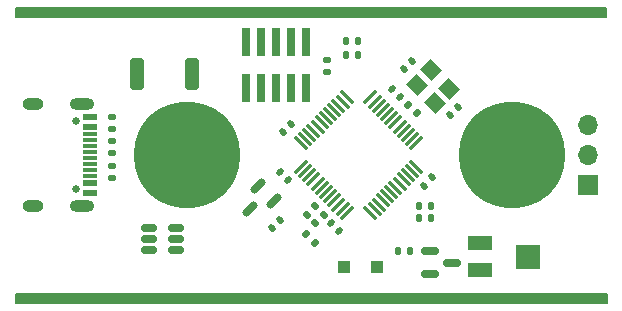
<source format=gbr>
%TF.GenerationSoftware,KiCad,Pcbnew,7.0.6*%
%TF.CreationDate,2024-02-07T23:43:32-05:00*%
%TF.ProjectId,USB_Telegraph,5553425f-5465-46c6-9567-726170682e6b,rev?*%
%TF.SameCoordinates,Original*%
%TF.FileFunction,Soldermask,Top*%
%TF.FilePolarity,Negative*%
%FSLAX46Y46*%
G04 Gerber Fmt 4.6, Leading zero omitted, Abs format (unit mm)*
G04 Created by KiCad (PCBNEW 7.0.6) date 2024-02-07 23:43:32*
%MOMM*%
%LPD*%
G01*
G04 APERTURE LIST*
G04 Aperture macros list*
%AMRoundRect*
0 Rectangle with rounded corners*
0 $1 Rounding radius*
0 $2 $3 $4 $5 $6 $7 $8 $9 X,Y pos of 4 corners*
0 Add a 4 corners polygon primitive as box body*
4,1,4,$2,$3,$4,$5,$6,$7,$8,$9,$2,$3,0*
0 Add four circle primitives for the rounded corners*
1,1,$1+$1,$2,$3*
1,1,$1+$1,$4,$5*
1,1,$1+$1,$6,$7*
1,1,$1+$1,$8,$9*
0 Add four rect primitives between the rounded corners*
20,1,$1+$1,$2,$3,$4,$5,0*
20,1,$1+$1,$4,$5,$6,$7,0*
20,1,$1+$1,$6,$7,$8,$9,0*
20,1,$1+$1,$8,$9,$2,$3,0*%
%AMRotRect*
0 Rectangle, with rotation*
0 The origin of the aperture is its center*
0 $1 length*
0 $2 width*
0 $3 Rotation angle, in degrees counterclockwise*
0 Add horizontal line*
21,1,$1,$2,0,0,$3*%
G04 Aperture macros list end*
%ADD10C,0.150000*%
%ADD11RoundRect,0.135000X0.226274X0.035355X0.035355X0.226274X-0.226274X-0.035355X-0.035355X-0.226274X0*%
%ADD12RoundRect,0.140000X0.219203X0.021213X0.021213X0.219203X-0.219203X-0.021213X-0.021213X-0.219203X0*%
%ADD13RoundRect,0.135000X0.135000X0.185000X-0.135000X0.185000X-0.135000X-0.185000X0.135000X-0.185000X0*%
%ADD14RoundRect,0.150000X0.512500X0.150000X-0.512500X0.150000X-0.512500X-0.150000X0.512500X-0.150000X0*%
%ADD15RoundRect,0.250000X-0.362500X-1.075000X0.362500X-1.075000X0.362500X1.075000X-0.362500X1.075000X0*%
%ADD16RoundRect,0.135000X-0.135000X-0.185000X0.135000X-0.185000X0.135000X0.185000X-0.135000X0.185000X0*%
%ADD17RoundRect,0.140000X-0.021213X0.219203X-0.219203X0.021213X0.021213X-0.219203X0.219203X-0.021213X0*%
%ADD18RoundRect,0.140000X0.021213X-0.219203X0.219203X-0.021213X-0.021213X0.219203X-0.219203X0.021213X0*%
%ADD19RoundRect,0.135000X0.185000X-0.135000X0.185000X0.135000X-0.185000X0.135000X-0.185000X-0.135000X0*%
%ADD20RoundRect,0.140000X-0.170000X0.140000X-0.170000X-0.140000X0.170000X-0.140000X0.170000X0.140000X0*%
%ADD21RotRect,1.400000X1.200000X315.000000*%
%ADD22RoundRect,0.150000X-0.587500X-0.150000X0.587500X-0.150000X0.587500X0.150000X-0.587500X0.150000X0*%
%ADD23RoundRect,0.150000X0.309359X0.521491X-0.521491X-0.309359X-0.309359X-0.521491X0.521491X0.309359X0*%
%ADD24C,9.000000*%
%ADD25RoundRect,0.135000X0.035355X-0.226274X0.226274X-0.035355X-0.035355X0.226274X-0.226274X0.035355X0*%
%ADD26R,1.700000X1.700000*%
%ADD27O,1.700000X1.700000*%
%ADD28R,2.000000X1.300000*%
%ADD29R,2.000000X2.000000*%
%ADD30RoundRect,0.250000X-0.300000X-0.300000X0.300000X-0.300000X0.300000X0.300000X-0.300000X0.300000X0*%
%ADD31R,0.740000X2.400000*%
%ADD32RoundRect,0.140000X-0.219203X-0.021213X-0.021213X-0.219203X0.219203X0.021213X0.021213X0.219203X0*%
%ADD33RoundRect,0.135000X-0.185000X0.135000X-0.185000X-0.135000X0.185000X-0.135000X0.185000X0.135000X0*%
%ADD34RoundRect,0.075000X0.415425X0.521491X-0.521491X-0.415425X-0.415425X-0.521491X0.521491X0.415425X0*%
%ADD35RoundRect,0.075000X-0.415425X0.521491X-0.521491X0.415425X0.415425X-0.521491X0.521491X-0.415425X0*%
%ADD36C,0.650000*%
%ADD37R,1.240000X0.600000*%
%ADD38R,1.240000X0.300000*%
%ADD39O,2.100000X1.000000*%
%ADD40O,1.800000X1.000000*%
G04 APERTURE END LIST*
D10*
X100025200Y-124231400D02*
X150012400Y-124231400D01*
X150012400Y-124993400D01*
X100025200Y-124993400D01*
X100025200Y-124231400D01*
G36*
X100025200Y-124231400D02*
G01*
X150012400Y-124231400D01*
X150012400Y-124993400D01*
X100025200Y-124993400D01*
X100025200Y-124231400D01*
G37*
X99974400Y-100050600D02*
X149961600Y-100050600D01*
X149961600Y-100812600D01*
X99974400Y-100812600D01*
X99974400Y-100050600D01*
G36*
X99974400Y-100050600D02*
G01*
X149961600Y-100050600D01*
X149961600Y-100812600D01*
X99974400Y-100812600D01*
X99974400Y-100050600D01*
G37*
D11*
%TO.C,R2*%
X133911523Y-108936345D03*
X133190275Y-108215097D03*
%TD*%
D12*
%TO.C,C3*%
X132492348Y-107546179D03*
X131813526Y-106867357D03*
%TD*%
D13*
%TO.C,R8*%
X135134173Y-117854065D03*
X134114173Y-117854065D03*
%TD*%
D14*
%TO.C,U4*%
X113532500Y-120533200D03*
X113532500Y-119583200D03*
X113532500Y-118633200D03*
X111257500Y-118633200D03*
X111257500Y-119583200D03*
X111257500Y-120533200D03*
%TD*%
D15*
%TO.C,R10*%
X110234900Y-105638600D03*
X114859900Y-105638600D03*
%TD*%
D16*
%TO.C,R9*%
X134110000Y-116840000D03*
X135130000Y-116840000D03*
%TD*%
D17*
%TO.C,C10*%
X122347724Y-117957101D03*
X121668902Y-118635923D03*
%TD*%
D18*
%TO.C,C6*%
X134509189Y-115071211D03*
X135188011Y-114392389D03*
%TD*%
D19*
%TO.C,R1*%
X126288800Y-105486200D03*
X126288800Y-104466200D03*
%TD*%
%TO.C,R6*%
X108127800Y-114429000D03*
X108127800Y-113409000D03*
%TD*%
D20*
%TO.C,C7*%
X108102400Y-109298800D03*
X108102400Y-110258800D03*
%TD*%
D21*
%TO.C,Y1*%
X133910377Y-106526890D03*
X135466012Y-108082525D03*
X136668093Y-106880444D03*
X135112458Y-105324809D03*
%TD*%
D22*
%TO.C,Q1*%
X135036960Y-120642859D03*
X135036960Y-122542859D03*
X136911960Y-121592859D03*
%TD*%
D17*
%TO.C,C2*%
X133507977Y-104514508D03*
X132829155Y-105193330D03*
%TD*%
D23*
%TO.C,U2*%
X121842211Y-116420822D03*
X120498708Y-115077319D03*
X119844634Y-117074896D03*
%TD*%
D16*
%TO.C,R12*%
X127963200Y-102870000D03*
X128983200Y-102870000D03*
%TD*%
D24*
%TO.C,J4*%
X114500000Y-112500000D03*
%TD*%
D17*
%TO.C,C5*%
X123275411Y-109871189D03*
X122596589Y-110550011D03*
%TD*%
D25*
%TO.C,R3*%
X124629551Y-117568011D03*
X125350799Y-116846763D03*
%TD*%
D11*
%TO.C,R7*%
X125272497Y-119906754D03*
X124551249Y-119185506D03*
%TD*%
D13*
%TO.C,R13*%
X128932400Y-104038400D03*
X127912400Y-104038400D03*
%TD*%
D26*
%TO.C,J5*%
X148442255Y-115032501D03*
D27*
X148442255Y-112492501D03*
X148442255Y-109952501D03*
%TD*%
D28*
%TO.C,RV1*%
X139316961Y-119947819D03*
D29*
X143316961Y-121097819D03*
D28*
X139316961Y-122247819D03*
%TD*%
D30*
%TO.C,D1*%
X127791688Y-121969758D03*
X130591688Y-121969758D03*
%TD*%
D31*
%TO.C,J2*%
X119454638Y-106788926D03*
X119454638Y-102888926D03*
X120724638Y-106788926D03*
X120724638Y-102888926D03*
X121994638Y-106788926D03*
X121994638Y-102888926D03*
X123264638Y-106788926D03*
X123264638Y-102888926D03*
X124534638Y-106788926D03*
X124534638Y-102888926D03*
%TD*%
D12*
%TO.C,C8*%
X123021411Y-114614011D03*
X122342589Y-113935189D03*
%TD*%
D32*
%TO.C,C4*%
X126660589Y-118278589D03*
X127339411Y-118957411D03*
%TD*%
D33*
%TO.C,R5*%
X108129249Y-111299008D03*
X108129249Y-112319008D03*
%TD*%
D16*
%TO.C,R11*%
X132300229Y-120642859D03*
X133320229Y-120642859D03*
%TD*%
D17*
%TO.C,C1*%
X137398544Y-108405075D03*
X136719722Y-109083897D03*
%TD*%
D25*
%TO.C,R4*%
X125335511Y-118266767D03*
X126056759Y-117545519D03*
%TD*%
D34*
%TO.C,U1*%
X133887876Y-111501212D03*
X133534322Y-111147658D03*
X133180769Y-110794105D03*
X132827215Y-110440551D03*
X132473662Y-110086998D03*
X132120109Y-109733445D03*
X131766555Y-109379891D03*
X131413002Y-109026338D03*
X131059449Y-108672785D03*
X130705895Y-108319231D03*
X130352342Y-107965678D03*
X129998788Y-107612124D03*
D35*
X128001212Y-107612124D03*
X127647658Y-107965678D03*
X127294105Y-108319231D03*
X126940551Y-108672785D03*
X126586998Y-109026338D03*
X126233445Y-109379891D03*
X125879891Y-109733445D03*
X125526338Y-110086998D03*
X125172785Y-110440551D03*
X124819231Y-110794105D03*
X124465678Y-111147658D03*
X124112124Y-111501212D03*
D34*
X124112124Y-113498788D03*
X124465678Y-113852342D03*
X124819231Y-114205895D03*
X125172785Y-114559449D03*
X125526338Y-114913002D03*
X125879891Y-115266555D03*
X126233445Y-115620109D03*
X126586998Y-115973662D03*
X126940551Y-116327215D03*
X127294105Y-116680769D03*
X127647658Y-117034322D03*
X128001212Y-117387876D03*
D35*
X129998788Y-117387876D03*
X130352342Y-117034322D03*
X130705895Y-116680769D03*
X131059449Y-116327215D03*
X131413002Y-115973662D03*
X131766555Y-115620109D03*
X132120109Y-115266555D03*
X132473662Y-114913002D03*
X132827215Y-114559449D03*
X133180769Y-114205895D03*
X133534322Y-113852342D03*
X133887876Y-113498788D03*
%TD*%
D36*
%TO.C,J1*%
X105105000Y-109610000D03*
X105105000Y-115390000D03*
D37*
X106225000Y-109300000D03*
X106225000Y-110100000D03*
D38*
X106225000Y-111250000D03*
X106225000Y-112250000D03*
X106225000Y-112750000D03*
X106225000Y-113750000D03*
D37*
X106225000Y-114900000D03*
X106225000Y-115700000D03*
X106225000Y-115700000D03*
X106225000Y-114900000D03*
D38*
X106225000Y-114250000D03*
X106225000Y-113250000D03*
X106225000Y-111750000D03*
X106225000Y-110750000D03*
D37*
X106225000Y-110100000D03*
X106225000Y-109300000D03*
D39*
X105625000Y-108180000D03*
D40*
X101425000Y-108180000D03*
D39*
X105625000Y-116820000D03*
D40*
X101425000Y-116820000D03*
%TD*%
D24*
%TO.C,J3*%
X142000000Y-112500000D03*
%TD*%
M02*

</source>
